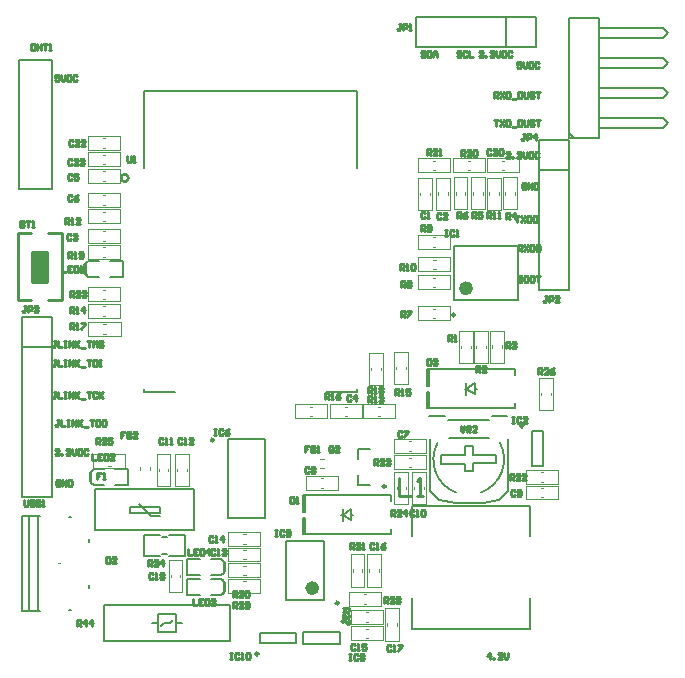
<source format=gto>
G04*
G04 #@! TF.GenerationSoftware,Altium Limited,Altium Designer,18.1.6 (161)*
G04*
G04 Layer_Color=65535*
%FSTAX24Y24*%
%MOIN*%
G70*
G01*
G75*
%ADD10C,0.0098*%
%ADD11C,0.0236*%
%ADD12C,0.0100*%
%ADD13C,0.0070*%
%ADD14C,0.0040*%
%ADD15C,0.0079*%
%ADD16C,0.0050*%
%ADD17C,0.0059*%
%ADD18C,0.0032*%
%ADD19R,0.0500X0.1000*%
D10*
X020958Y010691D02*
G03*
X020958Y010691I-000049J0D01*
G01*
X018091Y009618D02*
G03*
X018091Y009618I-000049J0D01*
G01*
X020762Y011315D02*
G03*
X020762Y011315I-000049J0D01*
G01*
X026918Y017216D02*
G03*
X026918Y017216I-000049J0D01*
G01*
X024644Y020917D02*
G03*
X024644Y020917I-000049J0D01*
G01*
X016598Y016745D02*
G03*
X016598Y016745I-000049J0D01*
G01*
X022334Y0152D02*
G03*
X022334Y0152I-000049J0D01*
G01*
D11*
X020004Y011809D02*
G03*
X020004Y011809I-000118J0D01*
G01*
X025128Y021803D02*
G03*
X025128Y021803I-000118J0D01*
G01*
D12*
X013754Y025479D02*
G03*
X013754Y025479I-000123J0D01*
G01*
X01108Y023632D02*
X01153D01*
X01007D02*
X01052D01*
X01007Y021412D02*
Y023632D01*
X01153Y021412D02*
Y023632D01*
X01105Y022022D02*
Y023022D01*
X01055Y022022D02*
X01105D01*
X01055D02*
Y023022D01*
X01105D01*
X01108Y021412D02*
X01153D01*
X01007D02*
X01052D01*
X0258Y00945D02*
Y00965D01*
X0257Y00955D01*
X025833D01*
X0259Y00945D02*
Y009483D01*
X025933D01*
Y00945D01*
X0259D01*
X0262D02*
X026067D01*
X0262Y009583D01*
Y009617D01*
X026167Y00965D01*
X0261D01*
X026067Y009617D01*
X026266Y00965D02*
Y009517D01*
X026333Y00945D01*
X0264Y009517D01*
Y00965D01*
X022493Y009867D02*
X02246Y0099D01*
X022393D01*
X02236Y009867D01*
Y009733D01*
X022393Y0097D01*
X02246D01*
X022493Y009733D01*
X02256Y0097D02*
X022627D01*
X022593D01*
Y0099D01*
X02256Y009867D01*
X022727Y0099D02*
X02286D01*
Y009867D01*
X022727Y009733D01*
Y0097D01*
X021936Y013267D02*
X021903Y0133D01*
X021836D01*
X021803Y013267D01*
Y013133D01*
X021836Y0131D01*
X021903D01*
X021936Y013133D01*
X022003Y0131D02*
X02207D01*
X022036D01*
Y0133D01*
X022003Y013267D01*
X022303Y0133D02*
X022236Y013267D01*
X02217Y0132D01*
Y013133D01*
X022203Y0131D01*
X022269D01*
X022303Y013133D01*
Y013167D01*
X022269Y0132D01*
X02217D01*
X021293Y009917D02*
X02126Y00995D01*
X021193D01*
X02116Y009917D01*
Y009783D01*
X021193Y00975D01*
X02126D01*
X021293Y009783D01*
X02136Y00975D02*
X021427D01*
X021393D01*
Y00995D01*
X02136Y009917D01*
X02166Y00995D02*
X021527D01*
Y00985D01*
X021593Y009883D01*
X021627D01*
X02166Y00985D01*
Y009783D01*
X021627Y00975D01*
X02156D01*
X021527Y009783D01*
X020909Y01115D02*
X021109D01*
Y01105D01*
X021075Y011017D01*
X021009D01*
X020975Y01105D01*
Y01115D01*
Y011083D02*
X020909Y011017D01*
Y010817D02*
Y01095D01*
X021042Y010817D01*
X021075D01*
X021109Y01085D01*
Y010917D01*
X021075Y01095D01*
X021109Y01075D02*
Y010617D01*
X021075D01*
X020942Y01075D01*
X020909D01*
X02111Y0096D02*
X021177D01*
X021143D01*
Y0094D01*
X02111D01*
X021177D01*
X02141Y009567D02*
X021377Y0096D01*
X02131D01*
X021277Y009567D01*
Y009433D01*
X02131Y0094D01*
X021377D01*
X02141Y009433D01*
X021477Y009567D02*
X02151Y0096D01*
X021577D01*
X02161Y009567D01*
Y009533D01*
X021577Y0095D01*
X02161Y009467D01*
Y009433D01*
X021577Y0094D01*
X02151D01*
X021477Y009433D01*
Y009467D01*
X02151Y0095D01*
X021477Y009533D01*
Y009567D01*
X02151Y0095D02*
X021577D01*
X017147Y00965D02*
X017213D01*
X01718D01*
Y00945D01*
X017147D01*
X017213D01*
X017447Y009617D02*
X017413Y00965D01*
X017347D01*
X017313Y009617D01*
Y009483D01*
X017347Y00945D01*
X017413D01*
X017447Y009483D01*
X017513Y00945D02*
X01758D01*
X017547D01*
Y00965D01*
X017513Y009617D01*
X01768D02*
X017713Y00965D01*
X01778D01*
X017813Y009617D01*
Y009483D01*
X01778Y00945D01*
X017713D01*
X01768Y009483D01*
Y009617D01*
X02278Y01548D02*
Y01488D01*
X02318D01*
X02338D02*
X02358D01*
X02348D01*
Y01548D01*
X02338Y01538D01*
X02635Y026317D02*
X026383Y02635D01*
X02645D01*
X026483Y026317D01*
Y026283D01*
X02645Y02625D01*
X026417D01*
X02645D01*
X026483Y026217D01*
Y026183D01*
X02645Y02615D01*
X026383D01*
X02635Y026183D01*
X02655Y02615D02*
Y026183D01*
X026583D01*
Y02615D01*
X02655D01*
X026717Y026317D02*
X02675Y02635D01*
X026817D01*
X02685Y026317D01*
Y026283D01*
X026817Y02625D01*
X026783D01*
X026817D01*
X02685Y026217D01*
Y026183D01*
X026817Y02615D01*
X02675D01*
X026717Y026183D01*
X026916Y02635D02*
Y026217D01*
X026983Y02615D01*
X02705Y026217D01*
Y02635D01*
X027116D02*
Y02615D01*
X027216D01*
X02725Y026183D01*
Y026317D01*
X027216Y02635D01*
X027116D01*
X02745Y026317D02*
X027416Y02635D01*
X02735D01*
X027316Y026317D01*
Y026183D01*
X02735Y02615D01*
X027416D01*
X02745Y026183D01*
X026742Y0222D02*
Y022D01*
X026842D01*
X026876Y022033D01*
Y022067D01*
X026842Y0221D01*
X026742D01*
X026842D01*
X026876Y022133D01*
Y022167D01*
X026842Y0222D01*
X026742D01*
X027042D02*
X026976D01*
X026942Y022167D01*
Y022033D01*
X026976Y022D01*
X027042D01*
X027076Y022033D01*
Y022167D01*
X027042Y0222D01*
X027242D02*
X027175D01*
X027142Y022167D01*
Y022033D01*
X027175Y022D01*
X027242D01*
X027275Y022033D01*
Y022167D01*
X027242Y0222D01*
X027342D02*
X027475D01*
X027409D01*
Y022D01*
X026742Y02305D02*
Y02325D01*
X026842D01*
X026876Y023217D01*
Y02315D01*
X026842Y023117D01*
X026742D01*
X026809D02*
X026876Y02305D01*
X026942Y02325D02*
X027076Y02305D01*
Y02325D02*
X026942Y02305D01*
X027142Y02325D02*
Y02305D01*
X027242D01*
X027275Y023083D01*
Y023217D01*
X027242Y02325D01*
X027142D01*
X027342Y023217D02*
X027375Y02325D01*
X027442D01*
X027475Y023217D01*
Y023083D01*
X027442Y02305D01*
X027375D01*
X027342Y023083D01*
Y023217D01*
X02665Y0242D02*
X026783D01*
X026717D01*
Y024D01*
X02685Y0242D02*
X026983Y024D01*
Y0242D02*
X02685Y024D01*
X02705Y0242D02*
Y024D01*
X02715D01*
X027183Y024033D01*
Y024167D01*
X02715Y0242D01*
X02705D01*
X02725Y024167D02*
X027283Y0242D01*
X02735D01*
X027383Y024167D01*
Y024033D01*
X02735Y024D01*
X027283D01*
X02725Y024033D01*
Y024167D01*
X027002Y025267D02*
X026968Y0253D01*
X026902D01*
X026869Y025267D01*
Y025133D01*
X026902Y0251D01*
X026968D01*
X027002Y025133D01*
Y0252D01*
X026935D01*
X027068Y0251D02*
Y0253D01*
X027202Y0251D01*
Y0253D01*
X027268D02*
Y0251D01*
X027368D01*
X027402Y025133D01*
Y025267D01*
X027368Y0253D01*
X027268D01*
X011483Y015367D02*
X01145Y0154D01*
X011383D01*
X01135Y015367D01*
Y015233D01*
X011383Y0152D01*
X01145D01*
X011483Y015233D01*
Y0153D01*
X011417D01*
X01155Y0152D02*
Y0154D01*
X011683Y0152D01*
Y0154D01*
X01175D02*
Y0152D01*
X01185D01*
X011883Y015233D01*
Y015367D01*
X01185Y0154D01*
X01175D01*
X011297Y016417D02*
X01133Y01645D01*
X011397D01*
X01143Y016417D01*
Y016383D01*
X011397Y01635D01*
X011364D01*
X011397D01*
X01143Y016317D01*
Y016283D01*
X011397Y01625D01*
X01133D01*
X011297Y016283D01*
X011497Y01625D02*
Y016283D01*
X01153D01*
Y01625D01*
X011497D01*
X011663Y016417D02*
X011697Y01645D01*
X011763D01*
X011797Y016417D01*
Y016383D01*
X011763Y01635D01*
X01173D01*
X011763D01*
X011797Y016317D01*
Y016283D01*
X011763Y01625D01*
X011697D01*
X011663Y016283D01*
X011863Y01645D02*
Y016317D01*
X01193Y01625D01*
X011997Y016317D01*
Y01645D01*
X012063D02*
Y01625D01*
X012163D01*
X012197Y016283D01*
Y016417D01*
X012163Y01645D01*
X012063D01*
X012396Y016417D02*
X012363Y01645D01*
X012297D01*
X012263Y016417D01*
Y016283D01*
X012297Y01625D01*
X012363D01*
X012396Y016283D01*
X011433Y0174D02*
X011367D01*
X0114D01*
Y017233D01*
X011367Y0172D01*
X011333D01*
X0113Y017233D01*
X0115Y0174D02*
Y0172D01*
X011633D01*
X0117Y0174D02*
X011767D01*
X011733D01*
Y0172D01*
X0117D01*
X011767D01*
X011866D02*
Y0174D01*
X012Y0172D01*
Y0174D01*
X012066D02*
Y0172D01*
Y017267D01*
X0122Y0174D01*
X0121Y0173D01*
X0122Y0172D01*
X012266Y017167D02*
X0124D01*
X012466Y0174D02*
X0126D01*
X012533D01*
Y0172D01*
X012666Y0174D02*
Y0172D01*
X012766D01*
X0128Y017233D01*
Y017367D01*
X012766Y0174D01*
X012666D01*
X012966D02*
X012899D01*
X012866Y017367D01*
Y017233D01*
X012899Y0172D01*
X012966D01*
X012999Y017233D01*
Y017367D01*
X012966Y0174D01*
X011333Y01835D02*
X011267D01*
X0113D01*
Y018183D01*
X011267Y01815D01*
X011233D01*
X0112Y018183D01*
X0114Y01835D02*
Y01815D01*
X011533D01*
X0116Y01835D02*
X011667D01*
X011633D01*
Y01815D01*
X0116D01*
X011667D01*
X011766D02*
Y01835D01*
X0119Y01815D01*
Y01835D01*
X011966D02*
Y01815D01*
Y018217D01*
X0121Y01835D01*
X012Y01825D01*
X0121Y01815D01*
X012166Y018117D02*
X0123D01*
X012366Y01835D02*
X0125D01*
X012433D01*
Y01815D01*
X0127Y018317D02*
X012666Y01835D01*
X0126D01*
X012566Y018317D01*
Y018183D01*
X0126Y01815D01*
X012666D01*
X0127Y018183D01*
X012766Y01835D02*
Y01815D01*
Y018217D01*
X012899Y01835D01*
X012799Y01825D01*
X012899Y01815D01*
X011333Y0194D02*
X011267D01*
X0113D01*
Y019233D01*
X011267Y0192D01*
X011233D01*
X0112Y019233D01*
X0114Y0194D02*
Y0192D01*
X011533D01*
X0116Y0194D02*
X011667D01*
X011633D01*
Y0192D01*
X0116D01*
X011667D01*
X011766D02*
Y0194D01*
X0119Y0192D01*
Y0194D01*
X011966D02*
Y0192D01*
Y019267D01*
X0121Y0194D01*
X012Y0193D01*
X0121Y0192D01*
X012166Y019167D02*
X0123D01*
X012366Y0194D02*
X0125D01*
X012433D01*
Y0192D01*
X012566Y0194D02*
Y0192D01*
X012666D01*
X0127Y019233D01*
Y019367D01*
X012666Y0194D01*
X012566D01*
X012766D02*
X012833D01*
X012799D01*
Y0192D01*
X012766D01*
X012833D01*
X011333Y020045D02*
X011267D01*
X0113D01*
Y019878D01*
X011267Y019845D01*
X011233D01*
X0112Y019878D01*
X0114Y020045D02*
Y019845D01*
X011533D01*
X0116Y020045D02*
X011667D01*
X011633D01*
Y019845D01*
X0116D01*
X011667D01*
X011766D02*
Y020045D01*
X0119Y019845D01*
Y020045D01*
X011966D02*
Y019845D01*
Y019911D01*
X0121Y020045D01*
X012Y019945D01*
X0121Y019845D01*
X012166Y019811D02*
X0123D01*
X012366Y020045D02*
X0125D01*
X012433D01*
Y019845D01*
X012566D02*
Y020045D01*
X012633Y019978D01*
X0127Y020045D01*
Y019845D01*
X012899Y020011D02*
X012866Y020045D01*
X012799D01*
X012766Y020011D01*
Y019978D01*
X012799Y019945D01*
X012866D01*
X012899Y019911D01*
Y019878D01*
X012866Y019845D01*
X012799D01*
X012766Y019878D01*
X02595Y0274D02*
X026083D01*
X026017D01*
Y0272D01*
X02615Y0274D02*
X026283Y0272D01*
Y0274D02*
X02615Y0272D01*
X02635Y0274D02*
Y0272D01*
X02645D01*
X026483Y027233D01*
Y027367D01*
X02645Y0274D01*
X02635D01*
X02655Y027167D02*
X026683D01*
X02675Y0274D02*
Y0272D01*
X02685D01*
X026883Y027233D01*
Y027367D01*
X02685Y0274D01*
X02675D01*
X02695D02*
Y027233D01*
X026983Y0272D01*
X02705D01*
X027083Y027233D01*
Y0274D01*
X027283Y027367D02*
X02725Y0274D01*
X027183D01*
X02715Y027367D01*
Y027333D01*
X027183Y0273D01*
X02725D01*
X027283Y027267D01*
Y027233D01*
X02725Y0272D01*
X027183D01*
X02715Y027233D01*
X02735Y0274D02*
X027483D01*
X027416D01*
Y0272D01*
X02595Y02815D02*
Y02835D01*
X02605D01*
X026083Y028317D01*
Y02825D01*
X02605Y028217D01*
X02595D01*
X026017D02*
X026083Y02815D01*
X02615Y02835D02*
X026283Y02815D01*
Y02835D02*
X02615Y02815D01*
X02635Y02835D02*
Y02815D01*
X02645D01*
X026483Y028183D01*
Y028317D01*
X02645Y02835D01*
X02635D01*
X02655Y028117D02*
X026683D01*
X02675Y02835D02*
Y02815D01*
X02685D01*
X026883Y028183D01*
Y028317D01*
X02685Y02835D01*
X02675D01*
X02695D02*
Y028183D01*
X026983Y02815D01*
X02705D01*
X027083Y028183D01*
Y02835D01*
X027283Y028317D02*
X02725Y02835D01*
X027183D01*
X02715Y028317D01*
Y028283D01*
X027183Y02825D01*
X02725D01*
X027283Y028217D01*
Y028183D01*
X02725Y02815D01*
X027183D01*
X02715Y028183D01*
X02735Y02835D02*
X027483D01*
X027416D01*
Y02815D01*
X026843Y02935D02*
X026709D01*
Y02925D01*
X026776Y029283D01*
X026809D01*
X026843Y02925D01*
Y029183D01*
X026809Y02915D01*
X026743D01*
X026709Y029183D01*
X026909Y02935D02*
Y029217D01*
X026976Y02915D01*
X027043Y029217D01*
Y02935D01*
X027109D02*
Y02915D01*
X027209D01*
X027242Y029183D01*
Y029317D01*
X027209Y02935D01*
X027109D01*
X027442Y029317D02*
X027409Y02935D01*
X027342D01*
X027309Y029317D01*
Y029183D01*
X027342Y02915D01*
X027409D01*
X027442Y029183D01*
X02545Y029667D02*
X025483Y0297D01*
X02555D01*
X025583Y029667D01*
Y029633D01*
X02555Y0296D01*
X025517D01*
X02555D01*
X025583Y029567D01*
Y029533D01*
X02555Y0295D01*
X025483D01*
X02545Y029533D01*
X02565Y0295D02*
Y029533D01*
X025683D01*
Y0295D01*
X02565D01*
X025817Y029667D02*
X02585Y0297D01*
X025917D01*
X02595Y029667D01*
Y029633D01*
X025917Y0296D01*
X025883D01*
X025917D01*
X02595Y029567D01*
Y029533D01*
X025917Y0295D01*
X02585D01*
X025817Y029533D01*
X026016Y0297D02*
Y029567D01*
X026083Y0295D01*
X02615Y029567D01*
Y0297D01*
X026216D02*
Y0295D01*
X026316D01*
X02635Y029533D01*
Y029667D01*
X026316Y0297D01*
X026216D01*
X02655Y029667D02*
X026516Y0297D01*
X02645D01*
X026416Y029667D01*
Y029533D01*
X02645Y0295D01*
X026516D01*
X02655Y029533D01*
X024833Y029667D02*
X0248Y0297D01*
X024733D01*
X0247Y029667D01*
Y029633D01*
X024733Y0296D01*
X0248D01*
X024833Y029567D01*
Y029533D01*
X0248Y0295D01*
X024733D01*
X0247Y029533D01*
X025033Y029667D02*
X025Y0297D01*
X024933D01*
X0249Y029667D01*
Y029533D01*
X024933Y0295D01*
X025D01*
X025033Y029533D01*
X0251Y0297D02*
Y0295D01*
X025233D01*
X023633Y029667D02*
X0236Y0297D01*
X023533D01*
X0235Y029667D01*
Y029633D01*
X023533Y0296D01*
X0236D01*
X023633Y029567D01*
Y029533D01*
X0236Y0295D01*
X023533D01*
X0235Y029533D01*
X0237Y0297D02*
Y0295D01*
X0238D01*
X023833Y029533D01*
Y029667D01*
X0238Y0297D01*
X0237D01*
X0239Y0295D02*
Y029633D01*
X023967Y0297D01*
X024033Y029633D01*
Y0295D01*
Y0296D01*
X0239D01*
X011433Y0289D02*
X0113D01*
Y0288D01*
X011367Y028833D01*
X0114D01*
X011433Y0288D01*
Y028733D01*
X0114Y0287D01*
X011333D01*
X0113Y028733D01*
X0115Y0289D02*
Y028767D01*
X011567Y0287D01*
X011633Y028767D01*
Y0289D01*
X0117D02*
Y0287D01*
X0118D01*
X011833Y028733D01*
Y028867D01*
X0118Y0289D01*
X0117D01*
X012033Y028867D02*
X012Y0289D01*
X011933D01*
X0119Y028867D01*
Y028733D01*
X011933Y0287D01*
X012D01*
X012033Y028733D01*
X026654Y01506D02*
X026621Y015094D01*
X026554D01*
X026521Y01506D01*
Y014927D01*
X026554Y014894D01*
X026621D01*
X026654Y014927D01*
X026721D02*
X026754Y014894D01*
X026821D01*
X026854Y014927D01*
Y01506D01*
X026821Y015094D01*
X026754D01*
X026721Y01506D01*
Y015027D01*
X026754Y014994D01*
X026854D01*
X026983Y02695D02*
X026917D01*
X02695D01*
Y026783D01*
X026917Y02675D01*
X026883D01*
X02685Y026783D01*
X02705Y02675D02*
Y02695D01*
X02715D01*
X027183Y026917D01*
Y02685D01*
X02715Y026817D01*
X02705D01*
X02735Y02675D02*
Y02695D01*
X02725Y02685D01*
X027383D01*
X02115Y0131D02*
Y0133D01*
X02125D01*
X021283Y013267D01*
Y0132D01*
X02125Y013167D01*
X02115D01*
X021217D02*
X021283Y0131D01*
X02135Y013267D02*
X021383Y0133D01*
X02145D01*
X021483Y013267D01*
Y013233D01*
X02145Y0132D01*
X021417D01*
X02145D01*
X021483Y013167D01*
Y013133D01*
X02145Y0131D01*
X021383D01*
X02135Y013133D01*
X02155Y0131D02*
X021617D01*
X021583D01*
Y0133D01*
X02155Y013267D01*
X01725Y011155D02*
Y011355D01*
X01735D01*
X017383Y011321D01*
Y011255D01*
X01735Y011221D01*
X01725D01*
X017317D02*
X017383Y011155D01*
X017583D02*
X01745D01*
X017583Y011288D01*
Y011321D01*
X01755Y011355D01*
X017483D01*
X01745Y011321D01*
X01765Y011188D02*
X017683Y011155D01*
X01775D01*
X017783Y011188D01*
Y011321D01*
X01775Y011355D01*
X017683D01*
X01765Y011321D01*
Y011288D01*
X017683Y011255D01*
X017783D01*
X0225Y0142D02*
Y0144D01*
X0226D01*
X022633Y014367D01*
Y0143D01*
X0226Y014267D01*
X0225D01*
X022567D02*
X022633Y0142D01*
X022833D02*
X0227D01*
X022833Y014333D01*
Y014367D01*
X0228Y0144D01*
X022733D01*
X0227Y014367D01*
X023Y0142D02*
Y0144D01*
X0229Y0143D01*
X023033D01*
X02195Y0159D02*
Y0161D01*
X02205D01*
X022083Y016067D01*
Y016D01*
X02205Y015967D01*
X02195D01*
X022017D02*
X022083Y0159D01*
X022283D02*
X02215D01*
X022283Y016033D01*
Y016067D01*
X02225Y0161D01*
X022183D01*
X02215Y016067D01*
X02235D02*
X022383Y0161D01*
X02245D01*
X022483Y016067D01*
Y016033D01*
X02245Y016D01*
X022417D01*
X02245D01*
X022483Y015967D01*
Y015933D01*
X02245Y0159D01*
X022383D01*
X02235Y015933D01*
X026471Y015418D02*
Y015618D01*
X026571D01*
X026604Y015584D01*
Y015518D01*
X026571Y015484D01*
X026471D01*
X026537D02*
X026604Y015418D01*
X026804D02*
X026671D01*
X026804Y015551D01*
Y015584D01*
X026771Y015618D01*
X026704D01*
X026671Y015584D01*
X027004Y015418D02*
X026871D01*
X027004Y015551D01*
Y015584D01*
X026971Y015618D01*
X026904D01*
X026871Y015584D01*
X023705Y026245D02*
Y026445D01*
X023805D01*
X023838Y026412D01*
Y026345D01*
X023805Y026312D01*
X023705D01*
X023771D02*
X023838Y026245D01*
X024038D02*
X023905D01*
X024038Y026379D01*
Y026412D01*
X024005Y026445D01*
X023938D01*
X023905Y026412D01*
X024105Y026245D02*
X024171D01*
X024138D01*
Y026445D01*
X024105Y026412D01*
X02485Y0262D02*
Y0264D01*
X02495D01*
X024983Y026367D01*
Y0263D01*
X02495Y026267D01*
X02485D01*
X024917D02*
X024983Y0262D01*
X025183D02*
X02505D01*
X025183Y026333D01*
Y026367D01*
X02515Y0264D01*
X025083D01*
X02505Y026367D01*
X02525D02*
X025283Y0264D01*
X02535D01*
X025383Y026367D01*
Y026233D01*
X02535Y0262D01*
X025283D01*
X02525Y026233D01*
Y026367D01*
X0159Y011455D02*
Y011255D01*
X016033D01*
X016233Y011455D02*
X0161D01*
Y011255D01*
X016233D01*
X0161Y011355D02*
X016167D01*
X0163Y011455D02*
Y011255D01*
X0164D01*
X016433Y011288D01*
Y011421D01*
X0164Y011455D01*
X0163D01*
X0165Y011421D02*
X016533Y011455D01*
X0166D01*
X016633Y011421D01*
Y011388D01*
X0166Y011355D01*
X016566D01*
X0166D01*
X016633Y011321D01*
Y011288D01*
X0166Y011255D01*
X016533D01*
X0165Y011288D01*
X012542Y01629D02*
Y01609D01*
X012676D01*
X012876Y01629D02*
X012742D01*
Y01609D01*
X012876D01*
X012742Y01619D02*
X012809D01*
X012942Y01629D02*
Y01609D01*
X013042D01*
X013076Y016123D01*
Y016257D01*
X013042Y01629D01*
X012942D01*
X013275Y01609D02*
X013142D01*
X013275Y016223D01*
Y016257D01*
X013242Y01629D01*
X013175D01*
X013142Y016257D01*
X011866Y026067D02*
X011833Y0261D01*
X011766D01*
X011733Y026067D01*
Y025933D01*
X011766Y0259D01*
X011833D01*
X011866Y025933D01*
X012066Y0259D02*
X011932D01*
X012066Y026033D01*
Y026067D01*
X012032Y0261D01*
X011966D01*
X011932Y026067D01*
X012132D02*
X012166Y0261D01*
X012232D01*
X012266Y026067D01*
Y026033D01*
X012232Y026D01*
X012199D01*
X012232D01*
X012266Y025967D01*
Y025933D01*
X012232Y0259D01*
X012166D01*
X012132Y025933D01*
X011918Y026724D02*
X011885Y026758D01*
X011818D01*
X011785Y026724D01*
Y026591D01*
X011818Y026558D01*
X011885D01*
X011918Y026591D01*
X012118Y026558D02*
X011985D01*
X012118Y026691D01*
Y026724D01*
X012085Y026758D01*
X012018D01*
X011985Y026724D01*
X012318Y026558D02*
X012185D01*
X012318Y026691D01*
Y026724D01*
X012285Y026758D01*
X012218D01*
X012185Y026724D01*
X025848Y026417D02*
X025815Y02645D01*
X025748D01*
X025715Y026417D01*
Y026283D01*
X025748Y02625D01*
X025815D01*
X025848Y026283D01*
X026048Y02625D02*
X025915D01*
X026048Y026383D01*
Y026417D01*
X026015Y02645D01*
X025948D01*
X025915Y026417D01*
X026115D02*
X026148Y02645D01*
X026215D01*
X026248Y026417D01*
Y026283D01*
X026215Y02625D01*
X026148D01*
X026115Y026283D01*
Y026417D01*
X014583Y012267D02*
X01455Y0123D01*
X014483D01*
X01445Y012267D01*
Y012133D01*
X014483Y0121D01*
X01455D01*
X014583Y012133D01*
X01465Y0121D02*
X014717D01*
X014683D01*
Y0123D01*
X01465Y012267D01*
X014817D02*
X01485Y0123D01*
X014917D01*
X01495Y012267D01*
Y012233D01*
X014917Y0122D01*
X01495Y012167D01*
Y012133D01*
X014917Y0121D01*
X01485D01*
X014817Y012133D01*
Y012167D01*
X01485Y0122D01*
X014817Y012233D01*
Y012267D01*
X01485Y0122D02*
X014917D01*
X016656Y013067D02*
X016622Y0131D01*
X016556D01*
X016522Y013067D01*
Y012933D01*
X016556Y0129D01*
X016622D01*
X016656Y012933D01*
X016722Y0129D02*
X016789D01*
X016756D01*
Y0131D01*
X016722Y013067D01*
X016889D02*
X016922Y0131D01*
X016989D01*
X017022Y013067D01*
Y013033D01*
X016989Y013D01*
X016956D01*
X016989D01*
X017022Y012967D01*
Y012933D01*
X016989Y0129D01*
X016922D01*
X016889Y012933D01*
X015533Y016779D02*
X0155Y016812D01*
X015433D01*
X0154Y016779D01*
Y016645D01*
X015433Y016612D01*
X0155D01*
X015533Y016645D01*
X0156Y016612D02*
X015667D01*
X015633D01*
Y016812D01*
X0156Y016779D01*
X0159Y016612D02*
X015767D01*
X0159Y016745D01*
Y016779D01*
X015867Y016812D01*
X0158D01*
X015767Y016779D01*
X014913D02*
X01488Y016812D01*
X014813D01*
X01478Y016779D01*
Y016645D01*
X014813Y016612D01*
X01488D01*
X014913Y016645D01*
X01498Y016612D02*
X015047D01*
X015013D01*
Y016812D01*
X01498Y016779D01*
X015147Y016612D02*
X015213D01*
X01518D01*
Y016812D01*
X015147Y016779D01*
X023283Y014367D02*
X02325Y0144D01*
X023183D01*
X02315Y014367D01*
Y014233D01*
X023183Y0142D01*
X02325D01*
X023283Y014233D01*
X02335Y0142D02*
X023417D01*
X023383D01*
Y0144D01*
X02335Y014367D01*
X023517D02*
X02355Y0144D01*
X023617D01*
X02365Y014367D01*
Y014233D01*
X023617Y0142D01*
X02355D01*
X023517Y014233D01*
Y014367D01*
X019783Y015817D02*
X01975Y01585D01*
X019683D01*
X01965Y015817D01*
Y015683D01*
X019683Y01565D01*
X01975D01*
X019783Y015683D01*
X01985Y015817D02*
X019883Y01585D01*
X01995D01*
X019983Y015817D01*
Y015783D01*
X01995Y01575D01*
X019983Y015717D01*
Y015683D01*
X01995Y01565D01*
X019883D01*
X01985Y015683D01*
Y015717D01*
X019883Y01575D01*
X01985Y015783D01*
Y015817D01*
X019883Y01575D02*
X01995D01*
X02655Y0175D02*
X026617D01*
X026583D01*
Y0173D01*
X02655D01*
X026617D01*
X02685Y017467D02*
X026817Y0175D01*
X02675D01*
X026717Y017467D01*
Y017333D01*
X02675Y0173D01*
X026817D01*
X02685Y017333D01*
X02705Y0173D02*
X026917D01*
X02705Y017433D01*
Y017467D01*
X027017Y0175D01*
X02695D01*
X026917Y017467D01*
X0237Y01945D02*
Y01925D01*
X0238D01*
X023833Y019283D01*
Y019417D01*
X0238Y01945D01*
X0237D01*
X0239Y019417D02*
X023933Y01945D01*
X024D01*
X024033Y019417D01*
Y019383D01*
X024Y01935D01*
X023967D01*
X024D01*
X024033Y019317D01*
Y019283D01*
X024Y01925D01*
X023933D01*
X0239Y019283D01*
X010333Y0212D02*
X010267D01*
X0103D01*
Y021033D01*
X010267Y021D01*
X010233D01*
X0102Y021033D01*
X0104Y021D02*
Y0212D01*
X0105D01*
X010533Y021167D01*
Y0211D01*
X0105Y021067D01*
X0104D01*
X0106Y021167D02*
X010633Y0212D01*
X0107D01*
X010733Y021167D01*
Y021133D01*
X0107Y0211D01*
X010667D01*
X0107D01*
X010733Y021067D01*
Y021033D01*
X0107Y021D01*
X010633D01*
X0106Y021033D01*
X013633Y017D02*
X0135D01*
Y0169D01*
X013567D01*
X0135D01*
Y0168D01*
X0137Y017D02*
Y0168D01*
X0138D01*
X013833Y016833D01*
Y016867D01*
X0138Y0169D01*
X0137D01*
X0138D01*
X013833Y016933D01*
Y016967D01*
X0138Y017D01*
X0137D01*
X014033Y0168D02*
X0139D01*
X014033Y016933D01*
Y016967D01*
X014Y017D01*
X013933D01*
X0139Y016967D01*
X019783Y01655D02*
X01965D01*
Y01645D01*
X019717D01*
X01965D01*
Y01635D01*
X01985Y01655D02*
Y01635D01*
X01995D01*
X019983Y016383D01*
Y016417D01*
X01995Y01645D01*
X01985D01*
X01995D01*
X019983Y016483D01*
Y016517D01*
X01995Y01655D01*
X01985D01*
X02005Y01635D02*
X020117D01*
X020083D01*
Y01655D01*
X02005Y016517D01*
X022883Y017017D02*
X02285Y01705D01*
X022783D01*
X02275Y017017D01*
Y016883D01*
X022783Y01685D01*
X02285D01*
X022883Y016883D01*
X02295Y01705D02*
X023083D01*
Y017017D01*
X02295Y016883D01*
Y01685D01*
X024826Y0172D02*
Y017067D01*
X024892Y017D01*
X024959Y017067D01*
Y0172D01*
X025026Y017D02*
Y0172D01*
X025126D01*
X025159Y017167D01*
Y0171D01*
X025126Y017067D01*
X025026D01*
X025092D02*
X025159Y017D01*
X025359D02*
X025226D01*
X025359Y017133D01*
Y017167D01*
X025326Y0172D01*
X025259D01*
X025226Y017167D01*
X01027Y01474D02*
Y014573D01*
X010303Y01454D01*
X01037D01*
X010403Y014573D01*
Y01474D01*
X010603Y014707D02*
X01057Y01474D01*
X010503D01*
X01047Y014707D01*
Y014673D01*
X010503Y01464D01*
X01057D01*
X010603Y014607D01*
Y014573D01*
X01057Y01454D01*
X010503D01*
X01047Y014573D01*
X01067Y01474D02*
Y01454D01*
X01077D01*
X010803Y014573D01*
Y014607D01*
X01077Y01464D01*
X01067D01*
X01077D01*
X010803Y014673D01*
Y014707D01*
X01077Y01474D01*
X01067D01*
X01087Y01454D02*
X010936D01*
X010903D01*
Y01474D01*
X01087Y014707D01*
X0137Y026213D02*
Y026046D01*
X013733Y026013D01*
X0138D01*
X013833Y026046D01*
Y026213D01*
X0139Y026013D02*
X013967D01*
X013933D01*
Y026213D01*
X0139Y026179D01*
X01205Y01055D02*
Y01075D01*
X01215D01*
X012183Y010717D01*
Y01065D01*
X01215Y010617D01*
X01205D01*
X012117D02*
X012183Y01055D01*
X01235D02*
Y01075D01*
X01225Y01065D01*
X012383D01*
X01255Y01055D02*
Y01075D01*
X01245Y01065D01*
X012583D01*
X014412Y01255D02*
Y01275D01*
X014512D01*
X014546Y012717D01*
Y01265D01*
X014512Y012617D01*
X014412D01*
X014479D02*
X014546Y01255D01*
X014612Y012717D02*
X014646Y01275D01*
X014712D01*
X014746Y012717D01*
Y012683D01*
X014712Y01265D01*
X014679D01*
X014712D01*
X014746Y012617D01*
Y012583D01*
X014712Y01255D01*
X014646D01*
X014612Y012583D01*
X014912Y01255D02*
Y01275D01*
X014812Y01265D01*
X014945D01*
X0118Y0215D02*
Y0217D01*
X0119D01*
X011933Y021667D01*
Y0216D01*
X0119Y021567D01*
X0118D01*
X011867D02*
X011933Y0215D01*
X012Y021667D02*
X012033Y0217D01*
X0121D01*
X012133Y021667D01*
Y021633D01*
X0121Y0216D01*
X012067D01*
X0121D01*
X012133Y021567D01*
Y021533D01*
X0121Y0215D01*
X012033D01*
X012Y021533D01*
X0122Y021667D02*
X012233Y0217D01*
X0123D01*
X012333Y021667D01*
Y021633D01*
X0123Y0216D01*
X012267D01*
X0123D01*
X012333Y021567D01*
Y021533D01*
X0123Y0215D01*
X012233D01*
X0122Y021533D01*
X01725Y0115D02*
Y0117D01*
X01735D01*
X017383Y011667D01*
Y0116D01*
X01735Y011567D01*
X01725D01*
X017317D02*
X017383Y0115D01*
X01745Y011667D02*
X017483Y0117D01*
X01755D01*
X017583Y011667D01*
Y011633D01*
X01755Y0116D01*
X017517D01*
X01755D01*
X017583Y011567D01*
Y011533D01*
X01755Y0115D01*
X017483D01*
X01745Y011533D01*
X01765Y011667D02*
X017683Y0117D01*
X01775D01*
X017783Y011667D01*
Y011533D01*
X01775Y0115D01*
X017683D01*
X01765Y011533D01*
Y011667D01*
X022285Y011315D02*
Y011515D01*
X022385D01*
X022418Y011482D01*
Y011415D01*
X022385Y011382D01*
X022285D01*
X022352D02*
X022418Y011315D01*
X022618D02*
X022485D01*
X022618Y011449D01*
Y011482D01*
X022585Y011515D01*
X022518D01*
X022485Y011482D01*
X022685D02*
X022718Y011515D01*
X022785D01*
X022818Y011482D01*
Y011449D01*
X022785Y011415D01*
X022818Y011382D01*
Y011349D01*
X022785Y011315D01*
X022718D01*
X022685Y011349D01*
Y011382D01*
X022718Y011415D01*
X022685Y011449D01*
Y011482D01*
X022718Y011415D02*
X022785D01*
X027418Y018928D02*
Y019128D01*
X027518D01*
X027551Y019095D01*
Y019028D01*
X027518Y018995D01*
X027418D01*
X027484D02*
X027551Y018928D01*
X027751D02*
X027618D01*
X027751Y019061D01*
Y019095D01*
X027718Y019128D01*
X027651D01*
X027618Y019095D01*
X027951Y019128D02*
X027884Y019095D01*
X027818Y019028D01*
Y018961D01*
X027851Y018928D01*
X027917D01*
X027951Y018961D01*
Y018995D01*
X027917Y019028D01*
X027818D01*
X012666Y0166D02*
Y0168D01*
X012766D01*
X012799Y016767D01*
Y0167D01*
X012766Y016667D01*
X012666D01*
X012732D02*
X012799Y0166D01*
X012999D02*
X012866D01*
X012999Y016733D01*
Y016767D01*
X012966Y0168D01*
X012899D01*
X012866Y016767D01*
X013199Y0168D02*
X013066D01*
Y0167D01*
X013132Y016733D01*
X013166D01*
X013199Y0167D01*
Y016633D01*
X013166Y0166D01*
X013099D01*
X013066Y016633D01*
X01175Y022824D02*
Y023024D01*
X01185D01*
X011883Y02299D01*
Y022924D01*
X01185Y02289D01*
X01175D01*
X011817D02*
X011883Y022824D01*
X01195D02*
X012017D01*
X011983D01*
Y023024D01*
X01195Y02299D01*
X012117Y022857D02*
X01215Y022824D01*
X012217D01*
X01225Y022857D01*
Y02299D01*
X012217Y023024D01*
X01215D01*
X012117Y02299D01*
Y022957D01*
X01215Y022924D01*
X01225D01*
X02175Y0183D02*
Y0185D01*
X02185D01*
X021883Y018467D01*
Y0184D01*
X02185Y018367D01*
X02175D01*
X021817D02*
X021883Y0183D01*
X02195D02*
X022017D01*
X021983D01*
Y0185D01*
X02195Y018467D01*
X022117D02*
X02215Y0185D01*
X022217D01*
X02225Y018467D01*
Y018433D01*
X022217Y0184D01*
X02225Y018367D01*
Y018333D01*
X022217Y0183D01*
X02215D01*
X022117Y018333D01*
Y018367D01*
X02215Y0184D01*
X022117Y018433D01*
Y018467D01*
X02215Y0184D02*
X022217D01*
X0118Y020428D02*
Y020628D01*
X0119D01*
X011933Y020595D01*
Y020528D01*
X0119Y020495D01*
X0118D01*
X011867D02*
X011933Y020428D01*
X012D02*
X012067D01*
X012033D01*
Y020628D01*
X012Y020595D01*
X012167Y020628D02*
X0123D01*
Y020595D01*
X012167Y020461D01*
Y020428D01*
X020295Y0181D02*
Y0183D01*
X020395D01*
X020429Y018267D01*
Y0182D01*
X020395Y018167D01*
X020295D01*
X020362D02*
X020429Y0181D01*
X020495D02*
X020562D01*
X020529D01*
Y0183D01*
X020495Y018267D01*
X020795Y0183D02*
X020728Y018267D01*
X020662Y0182D01*
Y018133D01*
X020695Y0181D01*
X020762D01*
X020795Y018133D01*
Y018167D01*
X020762Y0182D01*
X020662D01*
X022629Y01825D02*
Y01845D01*
X022729D01*
X022763Y018417D01*
Y01835D01*
X022729Y018317D01*
X022629D01*
X022696D02*
X022763Y01825D01*
X022829D02*
X022896D01*
X022863D01*
Y01845D01*
X022829Y018417D01*
X023129Y01845D02*
X022996D01*
Y01835D01*
X023063Y018383D01*
X023096D01*
X023129Y01835D01*
Y018283D01*
X023096Y01825D01*
X023029D01*
X022996Y018283D01*
X0118Y020965D02*
Y021165D01*
X0119D01*
X011933Y021132D01*
Y021065D01*
X0119Y021032D01*
X0118D01*
X011867D02*
X011933Y020965D01*
X012D02*
X012067D01*
X012033D01*
Y021165D01*
X012Y021132D01*
X012267Y020965D02*
Y021165D01*
X012167Y021065D01*
X0123D01*
X02175Y018D02*
Y0182D01*
X02185D01*
X021883Y018167D01*
Y0181D01*
X02185Y018067D01*
X02175D01*
X021817D02*
X021883Y018D01*
X02195D02*
X022017D01*
X021983D01*
Y0182D01*
X02195Y018167D01*
X022117D02*
X02215Y0182D01*
X022217D01*
X02225Y018167D01*
Y018133D01*
X022217Y0181D01*
X022183D01*
X022217D01*
X02225Y018067D01*
Y018033D01*
X022217Y018D01*
X02215D01*
X022117Y018033D01*
X01165Y02395D02*
Y02415D01*
X01175D01*
X011783Y024117D01*
Y02405D01*
X01175Y024017D01*
X01165D01*
X011717D02*
X011783Y02395D01*
X01185D02*
X011917D01*
X011883D01*
Y02415D01*
X01185Y024117D01*
X01215Y02395D02*
X012017D01*
X01215Y024083D01*
Y024117D01*
X012117Y02415D01*
X01205D01*
X012017Y024117D01*
X0257Y02415D02*
Y02435D01*
X0258D01*
X025833Y024317D01*
Y02425D01*
X0258Y024217D01*
X0257D01*
X025767D02*
X025833Y02415D01*
X0259D02*
X025967D01*
X025933D01*
Y02435D01*
X0259Y024317D01*
X026067Y02415D02*
X026133D01*
X0261D01*
Y02435D01*
X026067Y024317D01*
X0228Y02242D02*
Y02262D01*
X0229D01*
X022933Y022587D01*
Y02252D01*
X0229Y022487D01*
X0228D01*
X022867D02*
X022933Y02242D01*
X023D02*
X023067D01*
X023033D01*
Y02262D01*
X023Y022587D01*
X023167D02*
X0232Y02262D01*
X023267D01*
X0233Y022587D01*
Y022453D01*
X023267Y02242D01*
X0232D01*
X023167Y022453D01*
Y022587D01*
X0235Y0237D02*
Y0239D01*
X0236D01*
X023633Y023867D01*
Y0238D01*
X0236Y023767D01*
X0235D01*
X023567D02*
X023633Y0237D01*
X0237Y023733D02*
X023733Y0237D01*
X0238D01*
X023833Y023733D01*
Y023867D01*
X0238Y0239D01*
X023733D01*
X0237Y023867D01*
Y023833D01*
X023733Y0238D01*
X023833D01*
X02285Y02185D02*
Y02205D01*
X02295D01*
X022983Y022017D01*
Y02195D01*
X02295Y021917D01*
X02285D01*
X022917D02*
X022983Y02185D01*
X02305Y022017D02*
X023083Y02205D01*
X02315D01*
X023183Y022017D01*
Y021983D01*
X02315Y02195D01*
X023183Y021917D01*
Y021883D01*
X02315Y02185D01*
X023083D01*
X02305Y021883D01*
Y021917D01*
X023083Y02195D01*
X02305Y021983D01*
Y022017D01*
X023083Y02195D02*
X02315D01*
X02285Y02083D02*
Y02103D01*
X02295D01*
X022983Y020996D01*
Y02093D01*
X02295Y020896D01*
X02285D01*
X022917D02*
X022983Y02083D01*
X02305Y02103D02*
X023183D01*
Y020996D01*
X02305Y020863D01*
Y02083D01*
X0247Y02415D02*
Y02435D01*
X0248D01*
X024833Y024317D01*
Y02425D01*
X0248Y024217D01*
X0247D01*
X024767D02*
X024833Y02415D01*
X025033Y02435D02*
X024967Y024317D01*
X0249Y02425D01*
Y024183D01*
X024933Y02415D01*
X025D01*
X025033Y024183D01*
Y024217D01*
X025Y02425D01*
X0249D01*
X0252Y02415D02*
Y02435D01*
X0253D01*
X025333Y024317D01*
Y02425D01*
X0253Y024217D01*
X0252D01*
X025267D02*
X025333Y02415D01*
X025533Y02435D02*
X0254D01*
Y02425D01*
X025467Y024283D01*
X0255D01*
X025533Y02425D01*
Y024183D01*
X0255Y02415D01*
X025433D01*
X0254Y024183D01*
X02635Y0241D02*
Y0243D01*
X02645D01*
X026483Y024267D01*
Y0242D01*
X02645Y024167D01*
X02635D01*
X026417D02*
X026483Y0241D01*
X02665D02*
Y0243D01*
X02655Y0242D01*
X026683D01*
X02635Y0198D02*
Y02D01*
X02645D01*
X026483Y019967D01*
Y0199D01*
X02645Y019867D01*
X02635D01*
X026417D02*
X026483Y0198D01*
X02655Y019967D02*
X026583Y02D01*
X02665D01*
X026683Y019967D01*
Y019933D01*
X02665Y0199D01*
X026617D01*
X02665D01*
X026683Y019867D01*
Y019833D01*
X02665Y0198D01*
X026583D01*
X02655Y019833D01*
X02535Y019D02*
Y0192D01*
X02545D01*
X025483Y019167D01*
Y0191D01*
X02545Y019067D01*
X02535D01*
X025417D02*
X025483Y019D01*
X025683D02*
X02555D01*
X025683Y019133D01*
Y019167D01*
X02565Y0192D01*
X025583D01*
X02555Y019167D01*
X0244Y02005D02*
Y02025D01*
X0245D01*
X024533Y020217D01*
Y02015D01*
X0245Y020117D01*
X0244D01*
X024467D02*
X024533Y02005D01*
X0246D02*
X024667D01*
X024633D01*
Y02025D01*
X0246Y020217D01*
X020583Y016378D02*
Y016511D01*
X02055Y016545D01*
X020483D01*
X02045Y016511D01*
Y016378D01*
X020483Y016345D01*
X02055D01*
X020517Y016411D02*
X020583Y016345D01*
X02055D02*
X020583Y016378D01*
X020783Y016345D02*
X02065D01*
X020783Y016478D01*
Y016511D01*
X02075Y016545D01*
X020683D01*
X02065Y016511D01*
X01575Y0131D02*
Y0129D01*
X015883D01*
X016083Y0131D02*
X01595D01*
Y0129D01*
X016083D01*
X01595Y013D02*
X016017D01*
X01615Y0131D02*
Y0129D01*
X01625D01*
X016283Y012933D01*
Y013067D01*
X01625Y0131D01*
X01615D01*
X01645Y0129D02*
Y0131D01*
X01635Y013D01*
X016483D01*
X011548Y02255D02*
Y02235D01*
X011681D01*
X011881Y02255D02*
X011748D01*
Y02235D01*
X011881D01*
X011748Y02245D02*
X011815D01*
X011948Y02255D02*
Y02235D01*
X012048D01*
X012081Y022383D01*
Y022517D01*
X012048Y02255D01*
X011948D01*
X012148Y02235D02*
X012215D01*
X012181D01*
Y02255D01*
X012148Y022517D01*
X027723Y02155D02*
X027657D01*
X02769D01*
Y021383D01*
X027657Y02135D01*
X027623D01*
X02759Y021383D01*
X02779Y02135D02*
Y02155D01*
X02789D01*
X027923Y021517D01*
Y02145D01*
X02789Y021417D01*
X02779D01*
X028123Y02135D02*
X02799D01*
X028123Y021483D01*
Y021517D01*
X02809Y02155D01*
X028023D01*
X02799Y021517D01*
X022833Y0306D02*
X022767D01*
X0228D01*
Y030433D01*
X022767Y0304D01*
X022733D01*
X0227Y030433D01*
X0229Y0304D02*
Y0306D01*
X023D01*
X023033Y030567D01*
Y0305D01*
X023Y030467D01*
X0229D01*
X0231Y0304D02*
X023167D01*
X023133D01*
Y0306D01*
X0231Y030567D01*
X018636Y013731D02*
X018703D01*
X01867D01*
Y013531D01*
X018636D01*
X018703D01*
X018936Y013697D02*
X018903Y013731D01*
X018836D01*
X018803Y013697D01*
Y013564D01*
X018836Y013531D01*
X018903D01*
X018936Y013564D01*
X019003D02*
X019036Y013531D01*
X019103D01*
X019136Y013564D01*
Y013697D01*
X019103Y013731D01*
X019036D01*
X019003Y013697D01*
Y013664D01*
X019036Y013631D01*
X019136D01*
X0166Y0171D02*
X016667D01*
X016633D01*
Y0169D01*
X0166D01*
X016667D01*
X0169Y017067D02*
X016867Y0171D01*
X0168D01*
X016767Y017067D01*
Y016933D01*
X0168Y0169D01*
X016867D01*
X0169Y016933D01*
X0171Y0171D02*
X017033Y017067D01*
X016967Y017D01*
Y016933D01*
X017Y0169D01*
X017067D01*
X0171Y016933D01*
Y016967D01*
X017067Y017D01*
X016967D01*
X024295Y02375D02*
X024362D01*
X024329D01*
Y02355D01*
X024295D01*
X024362D01*
X024595Y023717D02*
X024562Y02375D01*
X024495D01*
X024462Y023717D01*
Y023583D01*
X024495Y02355D01*
X024562D01*
X024595Y023583D01*
X024662Y02355D02*
X024728D01*
X024695D01*
Y02375D01*
X024662Y023717D01*
X012843Y01565D02*
X01271D01*
Y01555D01*
X012777D01*
X01271D01*
Y01545D01*
X01291D02*
X012977D01*
X012943D01*
Y01565D01*
X01291Y015617D01*
X0105Y02995D02*
Y02975D01*
X0106D01*
X010633Y029783D01*
Y029917D01*
X0106Y02995D01*
X0105D01*
X0107D02*
Y02975D01*
Y02985D01*
X010833D01*
Y02995D01*
Y02975D01*
X0109Y02995D02*
X011033D01*
X010967D01*
Y02975D01*
X0111D02*
X011166D01*
X011133D01*
Y02995D01*
X0111Y029917D01*
X013Y01285D02*
Y01265D01*
X0131D01*
X013133Y012683D01*
Y012817D01*
X0131Y01285D01*
X013D01*
X013333Y01265D02*
X0132D01*
X013333Y012783D01*
Y012817D01*
X0133Y01285D01*
X013233D01*
X0132Y012817D01*
X019136Y014836D02*
Y014636D01*
X019236D01*
X01927Y014669D01*
Y014802D01*
X019236Y014836D01*
X019136D01*
X019336Y014636D02*
X019403D01*
X019369D01*
Y014836D01*
X019336Y014802D01*
X016583Y013517D02*
X01655Y01355D01*
X016483D01*
X01645Y013517D01*
Y013383D01*
X016483Y01335D01*
X01655D01*
X016583Y013383D01*
X01665Y01335D02*
X016717D01*
X016683D01*
Y01355D01*
X01665Y013517D01*
X016917Y01335D02*
Y01355D01*
X016817Y01345D01*
X01695D01*
X011883Y024867D02*
X01185Y0249D01*
X011783D01*
X01175Y024867D01*
Y024733D01*
X011783Y0247D01*
X01185D01*
X011883Y024733D01*
X012083Y0249D02*
X012017Y024867D01*
X01195Y0248D01*
Y024733D01*
X011983Y0247D01*
X01205D01*
X012083Y024733D01*
Y024767D01*
X01205Y0248D01*
X01195D01*
X011866Y025567D02*
X011833Y0256D01*
X011766D01*
X011733Y025567D01*
Y025433D01*
X011766Y0254D01*
X011833D01*
X011866Y025433D01*
X012066Y0256D02*
X011932D01*
Y0255D01*
X011999Y025533D01*
X012032D01*
X012066Y0255D01*
Y025433D01*
X012032Y0254D01*
X011966D01*
X011932Y025433D01*
X021183Y018207D02*
X02115Y01824D01*
X021083D01*
X02105Y018207D01*
Y018074D01*
X021083Y018041D01*
X02115D01*
X021183Y018074D01*
X02135Y018041D02*
Y01824D01*
X02125Y018141D01*
X021383D01*
X011833Y023567D02*
X0118Y0236D01*
X011733D01*
X0117Y023567D01*
Y023433D01*
X011733Y0234D01*
X0118D01*
X011833Y023433D01*
X0119Y023567D02*
X011933Y0236D01*
X012D01*
X012033Y023567D01*
Y023533D01*
X012Y0235D01*
X011967D01*
X012D01*
X012033Y023467D01*
Y023433D01*
X012Y0234D01*
X011933D01*
X0119Y023433D01*
X024183Y024267D02*
X02415Y0243D01*
X024083D01*
X02405Y024267D01*
Y024133D01*
X024083Y0241D01*
X02415D01*
X024183Y024133D01*
X024383Y0241D02*
X02425D01*
X024383Y024233D01*
Y024267D01*
X02435Y0243D01*
X024283D01*
X02425Y024267D01*
X023633Y024317D02*
X0236Y02435D01*
X023533D01*
X0235Y024317D01*
Y024183D01*
X023533Y02415D01*
X0236D01*
X023633Y024183D01*
X0237Y02415D02*
X023767D01*
X023733D01*
Y02435D01*
X0237Y024317D01*
X01015Y02405D02*
Y02385D01*
X01025D01*
X010283Y023883D01*
Y023917D01*
X01025Y02395D01*
X01015D01*
X01025D01*
X010283Y023983D01*
Y024017D01*
X01025Y02405D01*
X01015D01*
X01035D02*
X010483D01*
X010417D01*
Y02385D01*
X01055D02*
X010617D01*
X010583D01*
Y02405D01*
X01055Y024017D01*
D13*
X024056Y016637D02*
G03*
X024681Y014989I001044J-000547D01*
G01*
X025519Y014999D02*
G03*
X026144Y016647I-000419J001101D01*
G01*
X014862Y013496D02*
X015042D01*
X014862Y012956D02*
X015042D01*
X02588Y01754D02*
X02639D01*
X02379D02*
X0243D01*
X024685Y01464D02*
X02556D01*
X0261Y01473D01*
X02641Y01504D01*
Y01679D01*
X02442Y0174D02*
X02579D01*
X0238Y01503D02*
Y01678D01*
Y01503D02*
X0241Y01473D01*
X024685Y01464D01*
X02443Y01681D02*
X02578D01*
X02602Y01597D02*
Y01624D01*
X02525D02*
X02602D01*
X02525D02*
Y01654D01*
X02498D02*
X02525D01*
X02498Y01625D02*
Y01654D01*
X02418Y01625D02*
X02498D01*
X02418Y01596D02*
Y01625D01*
Y01596D02*
X02497D01*
Y01571D02*
Y01596D01*
Y01571D02*
X02524D01*
Y01597D01*
X02601D01*
D14*
X02232Y01113D02*
X02278D01*
X02232Y01006D02*
Y01113D01*
Y01006D02*
X02278D01*
Y01113D01*
X02271Y01056D02*
Y01064D01*
X02239Y01056D02*
Y01064D01*
X021715Y01293D02*
X022175D01*
X021715Y01186D02*
Y01293D01*
Y01186D02*
X022175D01*
Y01293D01*
X022105Y01236D02*
Y01244D01*
X021785Y01236D02*
Y01244D01*
X02117Y01007D02*
Y01053D01*
Y01007D02*
X02224D01*
Y01053D01*
X02117D02*
X02224D01*
X02166Y01046D02*
X02174D01*
X02166Y01014D02*
X02174D01*
X02223Y01062D02*
Y01108D01*
X02116D02*
X02223D01*
X02116Y01062D02*
Y01108D01*
Y01062D02*
X02223D01*
X02166Y01069D02*
X02174D01*
X02166Y01101D02*
X02174D01*
X017584Y012032D02*
X017664D01*
X017584Y011712D02*
X017664D01*
X017084Y011642D02*
X018154D01*
X017084D02*
Y012102D01*
X018154D01*
Y011642D02*
Y012102D01*
Y012696D02*
Y013156D01*
X017084D02*
X018154D01*
X017084Y012696D02*
Y013156D01*
Y012696D02*
X018154D01*
X017584Y012766D02*
X017664D01*
X017584Y013086D02*
X017664D01*
X023015Y01511D02*
Y01519D01*
X022695Y01511D02*
Y01519D01*
X022625Y01462D02*
Y01569D01*
X023085D01*
Y01462D02*
Y01569D01*
X022625Y01462D02*
X023085D01*
X02311Y016375D02*
X02319D01*
X02311Y016695D02*
X02319D01*
X02262Y016765D02*
X02369D01*
Y016305D02*
Y016765D01*
X02262Y016305D02*
X02369D01*
X02262D02*
Y016765D01*
X02157Y01747D02*
Y01793D01*
Y01747D02*
X02264D01*
Y01793D01*
X02157D02*
X02264D01*
X02206Y01786D02*
X02214D01*
X02206Y01754D02*
X02214D01*
X025807Y020385D02*
X026267D01*
X025807Y019315D02*
Y020385D01*
Y019315D02*
X026267D01*
Y020385D01*
X026197Y019815D02*
Y019895D01*
X025877Y019815D02*
Y019895D01*
X026639Y024922D02*
Y025002D01*
X026319Y024922D02*
Y025002D01*
X026249Y024432D02*
Y025502D01*
X026709D01*
Y024432D02*
Y025502D01*
X026249Y024432D02*
X026709D01*
X02506Y02574D02*
X02514D01*
X02506Y02606D02*
X02514D01*
X02457Y02613D02*
X02564D01*
Y02567D02*
Y02613D01*
X02457Y02567D02*
X02564D01*
X02457D02*
Y02613D01*
X02161Y01161D02*
X02169D01*
X02161Y01129D02*
X02169D01*
X02111Y01122D02*
X02218D01*
X02111D02*
Y01168D01*
X02218D01*
Y01122D02*
Y01168D01*
X02702Y014764D02*
Y015224D01*
Y014764D02*
X02809D01*
Y015224D01*
X02702D02*
X02809D01*
X02751Y015154D02*
X02759D01*
X02751Y014834D02*
X02759D01*
X014465Y01574D02*
Y01586D01*
X014145Y01574D02*
Y01586D01*
X02517Y024435D02*
X02563D01*
Y025505D01*
X02517D02*
X02563D01*
X02517Y024435D02*
Y025505D01*
X02524Y024925D02*
Y025005D01*
X02556Y024925D02*
Y025005D01*
X01348Y02137D02*
Y02183D01*
X01241D02*
X01348D01*
X01241Y02137D02*
Y02183D01*
Y02137D02*
X01348D01*
X01291Y02144D02*
X01299D01*
X01291Y02176D02*
X01299D01*
X01242Y02642D02*
Y02688D01*
Y02642D02*
X01349D01*
Y02688D01*
X01242D02*
X01349D01*
X01291Y02681D02*
X01299D01*
X01291Y02649D02*
X01299D01*
X01291Y02594D02*
X01299D01*
X01291Y02626D02*
X01299D01*
X01242Y02633D02*
X01349D01*
Y02587D02*
Y02633D01*
X01242Y02587D02*
X01349D01*
X01242D02*
Y02633D01*
X021165Y01293D02*
X021625D01*
X021165Y01186D02*
Y01293D01*
Y01186D02*
X021625D01*
Y01293D01*
X021555Y01236D02*
Y01244D01*
X021235Y01236D02*
Y01244D01*
X02391Y02574D02*
X02399D01*
X02391Y02606D02*
X02399D01*
X02342Y02613D02*
X02449D01*
Y02567D02*
Y02613D01*
X02342Y02567D02*
X02449D01*
X02342D02*
Y02613D01*
X02391Y020805D02*
X02399D01*
X02391Y021125D02*
X02399D01*
X02342Y021195D02*
X02449D01*
Y020735D02*
Y021195D01*
X02342Y020735D02*
X02449D01*
X02342D02*
Y021195D01*
X02391Y02351D02*
X02399D01*
X02391Y02319D02*
X02399D01*
X02341Y02312D02*
X02448D01*
X02341D02*
Y02358D01*
X02448D01*
Y02312D02*
Y02358D01*
X020735Y015073D02*
Y015533D01*
X019665D02*
X020735D01*
X019665Y015073D02*
Y015533D01*
Y015073D02*
X020735D01*
X020165Y015143D02*
X020245D01*
X020165Y015463D02*
X020245D01*
X023915Y02276D02*
X023995D01*
X023915Y02244D02*
X023995D01*
X023415Y02237D02*
X024485D01*
X023415D02*
Y02283D01*
X024485D01*
Y02237D02*
Y02283D01*
X02621Y02606D02*
X02629D01*
X02621Y02574D02*
X02629D01*
X02571Y02567D02*
X02678D01*
X02571D02*
Y02613D01*
X02678D01*
Y02567D02*
Y02613D01*
X01348Y02397D02*
Y02443D01*
X01241D02*
X01348D01*
X01241Y02397D02*
Y02443D01*
Y02397D02*
X01348D01*
X01291Y02404D02*
X01299D01*
X01291Y02436D02*
X01299D01*
X01291Y02371D02*
X01299D01*
X01291Y02339D02*
X01299D01*
X01241Y02332D02*
X01348D01*
X01241D02*
Y02378D01*
X01348D01*
Y02332D02*
Y02378D01*
X02361Y01511D02*
Y01519D01*
X02329Y01511D02*
Y01519D01*
X02322Y01462D02*
Y01569D01*
X02368D01*
Y01462D02*
Y01569D01*
X02322Y01462D02*
X02368D01*
X015096Y012735D02*
X015556D01*
X015096Y011665D02*
Y012735D01*
Y011665D02*
X015556D01*
Y012735D01*
X015486Y012165D02*
Y012245D01*
X015166Y012165D02*
Y012245D01*
X02217Y019065D02*
Y019145D01*
X02185Y019065D02*
Y019145D01*
X02178Y018575D02*
Y019645D01*
X02224D01*
Y018575D02*
Y019645D01*
X02178Y018575D02*
X02224D01*
X01291Y02121D02*
X01299D01*
X01291Y02089D02*
X01299D01*
X01241Y02082D02*
X01348D01*
X01241D02*
Y02128D01*
X01348D01*
Y02082D02*
Y02128D01*
X012915Y02029D02*
X012995D01*
X012915Y02061D02*
X012995D01*
X012425Y02068D02*
X013495D01*
Y02022D02*
Y02068D01*
X012425Y02022D02*
X013495D01*
X012425D02*
Y02068D01*
X02349Y02491D02*
Y02499D01*
X02381Y02491D02*
Y02499D01*
X02388Y02441D02*
Y02548D01*
X02342Y02441D02*
X02388D01*
X02342D02*
Y02548D01*
X02388D01*
X02751Y015358D02*
X02759D01*
X02751Y015678D02*
X02759D01*
X02702Y015748D02*
X02809D01*
Y015288D02*
Y015748D01*
X02702Y015288D02*
X02809D01*
X02702D02*
Y015748D01*
X02311Y01616D02*
X02319D01*
X02311Y01584D02*
X02319D01*
X02261Y01577D02*
X02368D01*
X02261D02*
Y01623D01*
X02368D01*
Y01577D02*
Y01623D01*
X01532Y015222D02*
X01578D01*
Y016292D01*
X01532D02*
X01578D01*
X01532Y015222D02*
Y016292D01*
X01539Y015712D02*
Y015792D01*
X01571Y015712D02*
Y015792D01*
X015086Y015712D02*
Y015792D01*
X014766Y015712D02*
Y015792D01*
X014696Y015222D02*
Y016292D01*
X015156D01*
Y015222D02*
Y016292D01*
X014696Y015222D02*
X015156D01*
X017587Y01361D02*
X017667D01*
X017587Y01329D02*
X017667D01*
X017087Y01322D02*
X018157D01*
X017087D02*
Y01368D01*
X018157D01*
Y01322D02*
Y01368D01*
X01242Y02452D02*
Y02498D01*
Y02452D02*
X01349D01*
Y02498D01*
X01242D02*
X01349D01*
X01291Y02491D02*
X01299D01*
X01291Y02459D02*
X01299D01*
X01291Y02539D02*
X01299D01*
X01291Y02571D02*
X01299D01*
X01242Y02578D02*
X01349D01*
Y02532D02*
Y02578D01*
X01242Y02532D02*
X01349D01*
X01242D02*
Y02578D01*
X021535Y01747D02*
Y01793D01*
X020465D02*
X021535D01*
X020465Y01747D02*
Y01793D01*
Y01747D02*
X021535D01*
X020965Y01754D02*
X021045D01*
X020965Y01786D02*
X021045D01*
X024085Y024923D02*
Y025003D01*
X024405Y024923D02*
Y025003D01*
X024475Y024423D02*
Y025493D01*
X024015Y024423D02*
X024475D01*
X024015D02*
Y025493D01*
X024475D01*
X018154Y01217D02*
Y01263D01*
X017084D02*
X018154D01*
X017084Y01217D02*
Y01263D01*
Y01217D02*
X018154D01*
X017584Y01224D02*
X017664D01*
X017584Y01256D02*
X017664D01*
X027449Y018808D02*
X027909D01*
X027449Y017738D02*
Y018808D01*
Y017738D02*
X027909D01*
Y018808D01*
X027839Y018238D02*
Y018318D01*
X027519Y018238D02*
Y018318D01*
X013656Y01582D02*
Y01628D01*
X012586D02*
X013656D01*
X012586Y01582D02*
Y01628D01*
Y01582D02*
X013656D01*
X013086Y01589D02*
X013166D01*
X013086Y01621D02*
X013166D01*
X01348Y022774D02*
Y023234D01*
X01241D02*
X01348D01*
X01241Y022774D02*
Y023234D01*
Y022774D02*
X01348D01*
X01291Y022844D02*
X01299D01*
X01291Y023164D02*
X01299D01*
X01981Y01754D02*
X01989D01*
X01981Y01786D02*
X01989D01*
X01932Y01793D02*
X02039D01*
Y01747D02*
Y01793D01*
X01932Y01747D02*
X02039D01*
X01932D02*
Y01793D01*
X02262Y01968D02*
X02308D01*
X02262Y01861D02*
Y01968D01*
Y01861D02*
X02308D01*
Y01968D01*
X02301Y01911D02*
Y01919D01*
X02269Y01911D02*
Y01919D01*
X02572Y025493D02*
X02618D01*
X02572Y024423D02*
Y025493D01*
Y024423D02*
X02618D01*
Y025493D01*
X02611Y024923D02*
Y025003D01*
X02579Y024923D02*
Y025003D01*
X02342Y02177D02*
Y02223D01*
Y02177D02*
X02449D01*
Y02223D01*
X02342D02*
X02449D01*
X02391Y02216D02*
X02399D01*
X02391Y02184D02*
X02399D01*
X024989Y024922D02*
Y025002D01*
X024669Y024922D02*
Y025002D01*
X024599Y024432D02*
Y025502D01*
X025059D01*
Y024432D02*
Y025502D01*
X024599Y024432D02*
X025059D01*
X02534Y01981D02*
Y01989D01*
X02566Y01981D02*
Y01989D01*
X02573Y01931D02*
Y02038D01*
X02527Y01931D02*
X02573D01*
X02527D02*
Y02038D01*
X02573D01*
X02484Y01981D02*
Y01989D01*
X02516Y01981D02*
Y01989D01*
X02523Y01931D02*
Y02038D01*
X02477Y01931D02*
X02523D01*
X02477D02*
Y02038D01*
X02523D01*
X02014Y015797D02*
X02026D01*
X02014Y016117D02*
X02026D01*
D15*
X01959Y009953D02*
X02081D01*
X01959Y010347D02*
X02081D01*
X01959Y009953D02*
Y010347D01*
X02081Y009953D02*
Y010347D01*
X018159Y009973D02*
Y010327D01*
X019341Y009973D02*
Y010327D01*
X018159Y009973D02*
X019341D01*
X018159Y010327D02*
X019341D01*
X02028Y011416D02*
Y013384D01*
X01902Y011416D02*
Y013384D01*
Y011416D02*
X02028D01*
X01902Y013384D02*
X02028D01*
X014261Y01287D02*
Y01358D01*
Y01287D02*
X014806D01*
X014261Y01358D02*
X014806D01*
X015111D02*
X015639D01*
Y01287D02*
Y01358D01*
X015111Y01287D02*
X015639D01*
X012947Y010029D02*
Y011229D01*
X017147D01*
X017147Y010029D02*
X017147Y011229D01*
X012947Y010029D02*
X017147Y010029D01*
X01513Y010637D02*
X01523Y010737D01*
X01493Y010637D02*
X01513D01*
X01483Y010537D02*
X01493Y010637D01*
X023703Y0178D02*
X026629D01*
Y017987D01*
X023703Y0178D02*
Y01835D01*
X026629Y018913D02*
Y0191D01*
X023703Y01835D02*
X023779D01*
Y0178D02*
Y01835D01*
Y01855D02*
Y0191D01*
X023703Y01855D02*
X023779D01*
X023703Y0191D02*
X026629D01*
X023703Y01855D02*
Y0191D01*
X025022Y018253D02*
Y018647D01*
Y01845D02*
X025297Y018293D01*
X025022Y01845D02*
X025297Y018647D01*
Y018293D02*
Y018647D01*
X024982Y01845D02*
X025022D01*
X025297D02*
X025376D01*
X027577Y015877D02*
Y017058D01*
X027223Y015877D02*
Y017058D01*
Y015877D02*
X027577D01*
X027223Y017058D02*
X027577D01*
X029446Y028467D02*
X031569D01*
X029446Y028133D02*
X031569D01*
X029436Y027467D02*
X031569D01*
X029446Y027133D02*
X031569D01*
X029436Y0268D02*
Y0308D01*
X028436D02*
X029436D01*
X028436Y0268D02*
X029436D01*
X028436D02*
Y0308D01*
X028452Y026983D02*
X028619Y026817D01*
X031569Y027133D02*
X031736Y0273D01*
X031569Y028467D02*
X031736Y0283D01*
X031569Y028133D02*
X031736Y0283D01*
X031569Y027467D02*
X031736Y0273D01*
X031569Y029467D02*
X031736Y0293D01*
X031569Y030133D02*
X031736Y0303D01*
X031569Y030467D02*
X031736Y0303D01*
X031569Y029133D02*
X031736Y0293D01*
X029446Y029133D02*
X031569D01*
X029436Y029467D02*
X031569D01*
X029446Y030133D02*
X031569D01*
X029446Y030467D02*
X031569D01*
X02635Y02985D02*
Y03085D01*
X02735Y02985D02*
Y03085D01*
X02335Y02985D02*
X02735D01*
X02335Y03085D02*
X02735D01*
X02335Y02985D02*
Y03085D01*
X0101Y0251D02*
X0112D01*
X0101D02*
Y0294D01*
X0112Y0251D02*
Y0294D01*
X0101D02*
X0112D01*
X01265Y01373D02*
X01595Y01373D01*
X01595Y01511D01*
X01265D02*
X01595D01*
X01265Y01373D02*
Y01511D01*
X024616Y021409D02*
X026742D01*
X024616Y02322D02*
X026742D01*
X024616Y021409D02*
Y02322D01*
X026742Y021409D02*
Y02322D01*
X01709Y014131D02*
Y016769D01*
X01831Y014131D02*
Y016769D01*
X01709D02*
X01831D01*
X01709Y014131D02*
X01831D01*
X02745Y02675D02*
X02845D01*
Y02175D02*
Y02675D01*
X02745Y02175D02*
Y02675D01*
Y02175D02*
X02845D01*
X02745Y02575D02*
X02845D01*
X021409Y016126D02*
Y016441D01*
X021803D01*
X021409Y015259D02*
Y015574D01*
Y015259D02*
X021803D01*
X012458Y011801D02*
Y01192D01*
X011769Y014164D02*
X011848D01*
X010214Y011053D02*
Y014203D01*
X010824D01*
X010214Y011053D02*
X010824D01*
X010726D02*
Y014203D01*
X01045Y011053D02*
Y014203D01*
X011769Y011093D02*
X011848D01*
X012458Y013337D02*
Y013455D01*
X0102Y014845D02*
X0112D01*
X0102Y020845D02*
X0112D01*
Y014845D02*
Y020845D01*
X0102Y014845D02*
Y020845D01*
Y019845D02*
X0112D01*
X021168Y014245D02*
X021247D01*
X020853D02*
X020893D01*
X021168Y014088D02*
Y014442D01*
X020893Y014245D02*
X021168Y014442D01*
X020893Y014245D02*
X021168Y014088D01*
X020893Y014048D02*
Y014442D01*
X019574Y014345D02*
Y014895D01*
X0225D01*
X019574Y014345D02*
X01965D01*
Y014895D01*
Y013595D02*
Y014145D01*
X019574D02*
X01965D01*
X0225Y014708D02*
Y014895D01*
X019574Y013595D02*
Y014145D01*
X0225Y013595D02*
Y013783D01*
X019574Y013595D02*
X0225D01*
D16*
X02715Y01045D02*
Y011462D01*
X0232Y01045D02*
X02715D01*
X0232D02*
Y011462D01*
X023199Y013543D02*
Y014555D01*
X02715D01*
Y013543D02*
Y014555D01*
X016985Y012362D02*
Y012638D01*
X015715Y012766D02*
X016148D01*
X015715Y012234D02*
X016148D01*
X015715D02*
Y012766D01*
X016503D02*
X016857D01*
X016503Y012234D02*
X016857D01*
X016936Y012313D01*
X016926Y012303D02*
X016985Y012362D01*
X016916Y012707D02*
X016985Y012638D01*
X016936Y012313D02*
Y012687D01*
X016857Y012766D02*
X016936Y012687D01*
X021367Y018337D02*
Y018456D01*
X020343Y018337D02*
X021367D01*
X01428D02*
X015304D01*
X01428D02*
Y018456D01*
X014267Y028377D02*
X021381Y028377D01*
X021381Y025808D02*
Y028377D01*
X016855Y012111D02*
X016934Y012032D01*
Y011658D02*
Y012032D01*
X016914Y012052D02*
X016983Y011983D01*
X016924Y011648D02*
X016983Y011707D01*
X016855Y01158D02*
X016934Y011658D01*
X016501Y01158D02*
X016855D01*
X016501Y012111D02*
X016855D01*
X015713Y01158D02*
Y012111D01*
Y01158D02*
X016146D01*
X015713Y012111D02*
X016146D01*
X016983Y011707D02*
Y011983D01*
X012516Y015313D02*
X012594Y015234D01*
X012516Y015313D02*
Y015687D01*
X012466Y015362D02*
X012535Y015293D01*
X012466Y015638D02*
X012525Y015697D01*
X012516Y015687D02*
X012594Y015766D01*
X012949D01*
X012594Y015234D02*
X012949D01*
X013736D02*
Y015766D01*
X013303D02*
X013736D01*
X013303Y015234D02*
X013736D01*
X012466Y015362D02*
Y015638D01*
X012291Y022312D02*
Y022588D01*
X013127Y022184D02*
X01356D01*
X013127Y022716D02*
X01356D01*
Y022184D02*
Y022716D01*
X012419Y022184D02*
X012773D01*
X012419Y022716D02*
X012773D01*
X01234Y022637D02*
X012419Y022716D01*
X012291Y022588D02*
X01235Y022647D01*
X012291Y022312D02*
X012359Y022243D01*
X01234Y022263D02*
Y022637D01*
Y022263D02*
X012419Y022184D01*
D17*
X01473Y010637D02*
Y010837D01*
X01453Y010637D02*
X01473D01*
Y010837D02*
Y010937D01*
X01533D01*
Y010337D02*
Y010937D01*
X01473Y010337D02*
X01533D01*
X01473D02*
Y010637D01*
X01533D02*
X01553D01*
X0141Y0146D02*
X0145Y0142D01*
X0148D01*
X0138Y0144D02*
Y0145D01*
X0148D01*
Y0144D02*
Y0145D01*
Y0143D02*
Y0144D01*
X0138Y0143D02*
X0148D01*
X0138D02*
Y0144D01*
X014267Y025808D02*
Y028377D01*
D18*
X011395Y012628D02*
X011474D01*
D19*
X0108Y022522D02*
D03*
M02*

</source>
